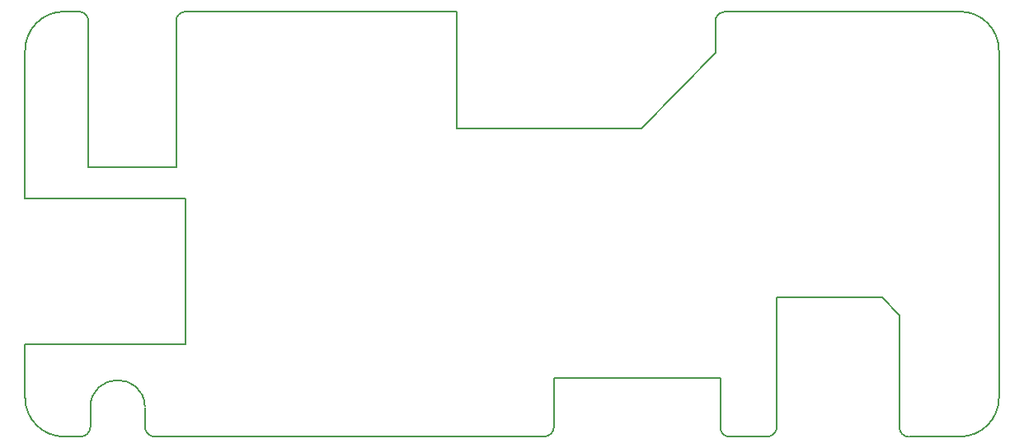
<source format=gm1>
%TF.GenerationSoftware,KiCad,Pcbnew,(5.0.0)*%
%TF.CreationDate,2019-07-02T00:18:45+02:00*%
%TF.ProjectId,Gnu vario V1.9,476E7520766172696F2056312E392E6B,V 1.4*%
%TF.SameCoordinates,Original*%
%TF.FileFunction,Profile,NP*%
%FSLAX46Y46*%
G04 Gerber Fmt 4.6, Leading zero omitted, Abs format (unit mm)*
G04 Created by KiCad (PCBNEW (5.0.0)) date 07/02/19 00:18:45*
%MOMM*%
%LPD*%
G01*
G04 APERTURE LIST*
%ADD10C,0.150000*%
G04 APERTURE END LIST*
D10*
X162700000Y-95300000D02*
X173500000Y-95300000D01*
X162700000Y-108600000D02*
G75*
G02X161700000Y-109600000I-1000000J0D01*
G01*
X176200000Y-109600000D02*
G75*
G02X175300000Y-108700000I0J900000D01*
G01*
X175300000Y-97100000D02*
X175300000Y-108800000D01*
X173500000Y-95300000D02*
X175300000Y-97100000D01*
X162700000Y-95300000D02*
X162700000Y-108600000D01*
X157800000Y-109600000D02*
G75*
G02X156900000Y-108700000I0J900000D01*
G01*
X85500000Y-69900000D02*
X85500000Y-85100000D01*
X102000000Y-100100000D02*
X85500000Y-100100000D01*
X102000000Y-85100000D02*
X102000000Y-100100000D01*
X101000000Y-85100000D02*
X102000000Y-85100000D01*
X101000000Y-85100000D02*
X85500000Y-85100000D01*
X148800000Y-77900000D02*
X156400000Y-70100000D01*
X129800000Y-77900000D02*
X148800000Y-77900000D01*
X129800000Y-65900000D02*
X129800000Y-77900000D01*
X157800000Y-109600000D02*
X161700000Y-109600000D01*
X175700000Y-65900000D02*
X162400000Y-65900000D01*
X162400000Y-65900000D02*
X157400000Y-65900000D01*
X156402857Y-66600886D02*
G75*
G02X157400000Y-65900000I952331J-295115D01*
G01*
X156400000Y-66600000D02*
X156400000Y-70100000D01*
X98800000Y-109600000D02*
G75*
G02X97800000Y-108600000I0J1000000D01*
G01*
X92198215Y-108600000D02*
G75*
G02X91198215Y-109600000I-1000000J0D01*
G01*
X92198215Y-106600000D02*
G75*
G02X97800000Y-106500000I2801785J0D01*
G01*
X97800000Y-108600000D02*
X97800000Y-106600000D01*
X92198215Y-108600000D02*
X92198215Y-106600000D01*
X139800000Y-108600000D02*
G75*
G02X138800000Y-109600000I-1000000J0D01*
G01*
X101000000Y-66900000D02*
G75*
G02X102000000Y-65900000I1000000J0D01*
G01*
X91000000Y-65900000D02*
G75*
G02X92000000Y-66900000I0J-1000000D01*
G01*
X85500000Y-69900000D02*
G75*
G02X89500000Y-65900000I4000000J0D01*
G01*
X89500000Y-109600000D02*
G75*
G02X85500000Y-105600000I0J4000000D01*
G01*
X185500000Y-105600000D02*
G75*
G02X181500000Y-109600000I-4000000J0D01*
G01*
X181500000Y-65900000D02*
G75*
G02X185500000Y-69900000I0J-4000000D01*
G01*
X156900000Y-103600000D02*
X139800000Y-103600000D01*
X139800000Y-103600000D02*
X139800000Y-108600000D01*
X156900000Y-108700000D02*
X156900000Y-103600000D01*
X138800000Y-109600000D02*
X98800000Y-109600000D01*
X181500000Y-109600000D02*
X176300000Y-109600000D01*
X185500000Y-69900000D02*
X185500000Y-105600000D01*
X175700000Y-65900000D02*
X181500000Y-65900000D01*
X102000000Y-65900000D02*
X129800000Y-65900000D01*
X101000000Y-81900000D02*
X101000000Y-66900000D01*
X92000000Y-81900000D02*
X101000000Y-81900000D01*
X92000000Y-66900000D02*
X92000000Y-81900000D01*
X89500000Y-65900000D02*
X91000000Y-65900000D01*
X85500000Y-105600000D02*
X85500000Y-100100000D01*
X91200000Y-109600000D02*
X89500000Y-109600000D01*
M02*

</source>
